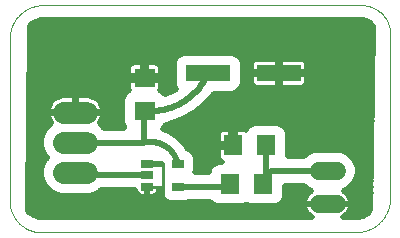
<source format=gtl>
G75*
%MOIN*%
%OFA0B0*%
%FSLAX25Y25*%
%IPPOS*%
%LPD*%
%AMOC8*
5,1,8,0,0,1.08239X$1,22.5*
%
%ADD10C,0.00000*%
%ADD11R,0.06299X0.07087*%
%ADD12R,0.03898X0.02717*%
%ADD13C,0.06000*%
%ADD14C,0.07400*%
%ADD15R,0.07087X0.06299*%
%ADD16R,0.14961X0.05512*%
%ADD17C,0.02000*%
%ADD18C,0.01000*%
D10*
X0011630Y0001252D02*
X0116327Y0001252D01*
X0116607Y0001255D01*
X0116887Y0001266D01*
X0117167Y0001282D01*
X0117446Y0001306D01*
X0117725Y0001337D01*
X0118002Y0001374D01*
X0118279Y0001417D01*
X0118555Y0001468D01*
X0118829Y0001525D01*
X0119102Y0001589D01*
X0119373Y0001659D01*
X0119642Y0001736D01*
X0119910Y0001819D01*
X0120175Y0001909D01*
X0120438Y0002005D01*
X0120699Y0002108D01*
X0120957Y0002217D01*
X0121213Y0002332D01*
X0121465Y0002453D01*
X0121715Y0002580D01*
X0121961Y0002713D01*
X0122205Y0002852D01*
X0122444Y0002997D01*
X0122681Y0003148D01*
X0122913Y0003304D01*
X0123142Y0003466D01*
X0123366Y0003634D01*
X0123587Y0003806D01*
X0123803Y0003985D01*
X0124015Y0004168D01*
X0124223Y0004356D01*
X0124426Y0004549D01*
X0124624Y0004747D01*
X0124817Y0004950D01*
X0125005Y0005158D01*
X0125188Y0005370D01*
X0125367Y0005586D01*
X0125539Y0005807D01*
X0125707Y0006031D01*
X0125869Y0006260D01*
X0126025Y0006492D01*
X0126176Y0006729D01*
X0126321Y0006968D01*
X0126460Y0007212D01*
X0126593Y0007458D01*
X0126720Y0007708D01*
X0126841Y0007960D01*
X0126956Y0008216D01*
X0127065Y0008474D01*
X0127168Y0008735D01*
X0127264Y0008998D01*
X0127354Y0009263D01*
X0127437Y0009531D01*
X0127514Y0009800D01*
X0127584Y0010071D01*
X0127648Y0010344D01*
X0127705Y0010618D01*
X0127756Y0010894D01*
X0127799Y0011171D01*
X0127836Y0011448D01*
X0127867Y0011727D01*
X0127891Y0012006D01*
X0127907Y0012286D01*
X0127918Y0012566D01*
X0127921Y0012846D01*
X0127921Y0067319D01*
X0127922Y0067319D02*
X0127919Y0067552D01*
X0127911Y0067784D01*
X0127897Y0068017D01*
X0127877Y0068249D01*
X0127852Y0068480D01*
X0127821Y0068711D01*
X0127784Y0068941D01*
X0127743Y0069170D01*
X0127695Y0069398D01*
X0127642Y0069625D01*
X0127584Y0069850D01*
X0127520Y0070074D01*
X0127450Y0070296D01*
X0127376Y0070517D01*
X0127296Y0070735D01*
X0127211Y0070952D01*
X0127120Y0071166D01*
X0127025Y0071379D01*
X0126924Y0071589D01*
X0126818Y0071796D01*
X0126708Y0072001D01*
X0126592Y0072203D01*
X0126472Y0072402D01*
X0126347Y0072599D01*
X0126217Y0072792D01*
X0126082Y0072982D01*
X0125943Y0073168D01*
X0125799Y0073352D01*
X0125651Y0073531D01*
X0125499Y0073708D01*
X0125343Y0073880D01*
X0125182Y0074048D01*
X0125017Y0074213D01*
X0124849Y0074374D01*
X0124677Y0074530D01*
X0124500Y0074682D01*
X0124321Y0074830D01*
X0124137Y0074974D01*
X0123951Y0075113D01*
X0123761Y0075248D01*
X0123568Y0075378D01*
X0123371Y0075503D01*
X0123172Y0075623D01*
X0122970Y0075739D01*
X0122765Y0075849D01*
X0122558Y0075955D01*
X0122348Y0076056D01*
X0122135Y0076151D01*
X0121921Y0076242D01*
X0121704Y0076327D01*
X0121486Y0076407D01*
X0121265Y0076481D01*
X0121043Y0076551D01*
X0120819Y0076615D01*
X0120594Y0076673D01*
X0120367Y0076726D01*
X0120139Y0076774D01*
X0119910Y0076815D01*
X0119680Y0076852D01*
X0119449Y0076883D01*
X0119218Y0076908D01*
X0118986Y0076928D01*
X0118753Y0076942D01*
X0118521Y0076950D01*
X0118288Y0076953D01*
X0012221Y0076953D01*
X0011950Y0076950D01*
X0011679Y0076940D01*
X0011408Y0076924D01*
X0011138Y0076901D01*
X0010868Y0076871D01*
X0010600Y0076835D01*
X0010332Y0076793D01*
X0010065Y0076744D01*
X0009800Y0076689D01*
X0009536Y0076627D01*
X0009273Y0076559D01*
X0009012Y0076484D01*
X0008754Y0076404D01*
X0008497Y0076317D01*
X0008242Y0076224D01*
X0007990Y0076125D01*
X0007740Y0076019D01*
X0007492Y0075908D01*
X0007248Y0075791D01*
X0007006Y0075668D01*
X0006768Y0075539D01*
X0006532Y0075404D01*
X0006300Y0075264D01*
X0006072Y0075118D01*
X0005847Y0074967D01*
X0005625Y0074810D01*
X0005408Y0074648D01*
X0005195Y0074481D01*
X0004985Y0074308D01*
X0004780Y0074131D01*
X0004579Y0073949D01*
X0004383Y0073762D01*
X0004191Y0073570D01*
X0004004Y0073374D01*
X0003822Y0073173D01*
X0003645Y0072968D01*
X0003472Y0072758D01*
X0003305Y0072545D01*
X0003143Y0072328D01*
X0002986Y0072106D01*
X0002835Y0071881D01*
X0002689Y0071653D01*
X0002549Y0071421D01*
X0002414Y0071185D01*
X0002285Y0070947D01*
X0002162Y0070705D01*
X0002045Y0070461D01*
X0001934Y0070213D01*
X0001828Y0069963D01*
X0001729Y0069711D01*
X0001636Y0069456D01*
X0001549Y0069199D01*
X0001469Y0068941D01*
X0001394Y0068680D01*
X0001326Y0068417D01*
X0001264Y0068153D01*
X0001209Y0067888D01*
X0001160Y0067621D01*
X0001118Y0067353D01*
X0001082Y0067085D01*
X0001052Y0066815D01*
X0001029Y0066545D01*
X0001013Y0066274D01*
X0001003Y0066003D01*
X0001000Y0065732D01*
X0001000Y0011882D01*
X0001003Y0011621D01*
X0001013Y0011360D01*
X0001029Y0011100D01*
X0001051Y0010840D01*
X0001080Y0010581D01*
X0001115Y0010322D01*
X0001156Y0010065D01*
X0001204Y0009808D01*
X0001258Y0009553D01*
X0001319Y0009299D01*
X0001385Y0009047D01*
X0001458Y0008796D01*
X0001537Y0008548D01*
X0001621Y0008301D01*
X0001712Y0008056D01*
X0001809Y0007814D01*
X0001912Y0007574D01*
X0002021Y0007337D01*
X0002135Y0007103D01*
X0002255Y0006871D01*
X0002381Y0006642D01*
X0002512Y0006417D01*
X0002649Y0006195D01*
X0002791Y0005976D01*
X0002939Y0005761D01*
X0003092Y0005550D01*
X0003250Y0005342D01*
X0003413Y0005138D01*
X0003581Y0004939D01*
X0003754Y0004743D01*
X0003931Y0004552D01*
X0004113Y0004365D01*
X0004300Y0004183D01*
X0004491Y0004006D01*
X0004687Y0003833D01*
X0004886Y0003665D01*
X0005090Y0003502D01*
X0005298Y0003344D01*
X0005509Y0003191D01*
X0005724Y0003043D01*
X0005943Y0002901D01*
X0006165Y0002764D01*
X0006390Y0002633D01*
X0006619Y0002507D01*
X0006851Y0002387D01*
X0007085Y0002273D01*
X0007322Y0002164D01*
X0007562Y0002061D01*
X0007804Y0001964D01*
X0008049Y0001873D01*
X0008296Y0001789D01*
X0008544Y0001710D01*
X0008795Y0001637D01*
X0009047Y0001571D01*
X0009301Y0001510D01*
X0009556Y0001456D01*
X0009813Y0001408D01*
X0010070Y0001367D01*
X0010329Y0001332D01*
X0010588Y0001303D01*
X0010848Y0001281D01*
X0011108Y0001265D01*
X0011369Y0001255D01*
X0011630Y0001252D01*
D11*
X0074488Y0017252D03*
X0085512Y0017252D03*
X0086512Y0030252D03*
X0075488Y0030252D03*
D12*
X0057118Y0023992D03*
X0046921Y0023992D03*
X0046921Y0020252D03*
X0046921Y0016512D03*
X0057118Y0016512D03*
D13*
X0104000Y0021752D02*
X0110000Y0021752D01*
X0110000Y0010752D02*
X0104000Y0010752D01*
D14*
X0026700Y0021189D02*
X0019300Y0021189D01*
X0019300Y0031189D02*
X0026700Y0031189D01*
X0026700Y0041189D02*
X0019300Y0041189D01*
D15*
X0046000Y0041740D03*
X0046000Y0052764D03*
D16*
X0067189Y0054252D03*
X0090811Y0054252D03*
D17*
X0009074Y0006866D02*
X0007649Y0007901D01*
X0007093Y0008667D01*
X0007946Y0070180D01*
X0008434Y0070667D01*
X0009840Y0071479D01*
X0011409Y0071900D01*
X0012221Y0071953D01*
X0118288Y0071953D01*
X0118893Y0071913D01*
X0120061Y0071600D01*
X0121108Y0070995D01*
X0121964Y0070140D01*
X0122115Y0069878D01*
X0121264Y0008537D01*
X0120341Y0007615D01*
X0118850Y0006754D01*
X0117188Y0006308D01*
X0116327Y0006252D01*
X0112182Y0006252D01*
X0112621Y0006476D01*
X0113257Y0006938D01*
X0113814Y0007495D01*
X0114276Y0008131D01*
X0114634Y0008833D01*
X0114877Y0009581D01*
X0115000Y0010358D01*
X0115000Y0010752D01*
X0115000Y0011145D01*
X0114877Y0011923D01*
X0114634Y0012671D01*
X0114276Y0013373D01*
X0113814Y0014009D01*
X0113257Y0014566D01*
X0112621Y0015028D01*
X0112369Y0015157D01*
X0113965Y0015818D01*
X0115934Y0017787D01*
X0117000Y0020360D01*
X0117000Y0023144D01*
X0115934Y0025717D01*
X0113965Y0027686D01*
X0111392Y0028752D01*
X0102608Y0028752D01*
X0100035Y0027686D01*
X0099101Y0026752D01*
X0093661Y0026752D01*
X0093661Y0034591D01*
X0093052Y0036061D01*
X0091927Y0037186D01*
X0090457Y0037795D01*
X0082567Y0037795D01*
X0081096Y0037186D01*
X0079971Y0036061D01*
X0079728Y0035475D01*
X0079410Y0035659D01*
X0078901Y0035795D01*
X0076063Y0035795D01*
X0076063Y0030827D01*
X0074913Y0030827D01*
X0074913Y0029677D01*
X0070339Y0029677D01*
X0070339Y0026445D01*
X0070475Y0025937D01*
X0070738Y0025481D01*
X0071111Y0025108D01*
X0071567Y0024845D01*
X0071752Y0024795D01*
X0070543Y0024795D01*
X0069073Y0024186D01*
X0067948Y0023061D01*
X0067339Y0021591D01*
X0067339Y0021512D01*
X0062932Y0021512D01*
X0063067Y0021838D01*
X0063067Y0026146D01*
X0062458Y0027616D01*
X0061333Y0028741D01*
X0060472Y0029098D01*
X0059862Y0030282D01*
X0057310Y0033090D01*
X0054118Y0035141D01*
X0054118Y0035141D01*
X0052324Y0035715D01*
X0052934Y0036325D01*
X0053245Y0037075D01*
X0053654Y0037122D01*
X0053654Y0037122D01*
X0058825Y0038857D01*
X0063520Y0041630D01*
X0063520Y0041630D01*
X0067536Y0045319D01*
X0067536Y0045319D01*
X0067536Y0045319D01*
X0069083Y0047496D01*
X0075465Y0047496D01*
X0076935Y0048105D01*
X0078060Y0049230D01*
X0078669Y0050700D01*
X0078669Y0057804D01*
X0078060Y0059274D01*
X0076935Y0060399D01*
X0075465Y0061008D01*
X0058913Y0061008D01*
X0057443Y0060399D01*
X0056318Y0059274D01*
X0055709Y0057804D01*
X0055709Y0050700D01*
X0056318Y0049230D01*
X0056405Y0049143D01*
X0054610Y0048083D01*
X0052661Y0047429D01*
X0051809Y0048281D01*
X0051223Y0048524D01*
X0051407Y0048842D01*
X0051543Y0049351D01*
X0051543Y0052189D01*
X0046575Y0052189D01*
X0046575Y0053339D01*
X0045425Y0053339D01*
X0045425Y0057913D01*
X0042193Y0057913D01*
X0041685Y0057777D01*
X0041229Y0057514D01*
X0040856Y0057141D01*
X0040593Y0056685D01*
X0040457Y0056177D01*
X0040457Y0053339D01*
X0045425Y0053339D01*
X0045425Y0052189D01*
X0040457Y0052189D01*
X0040457Y0049351D01*
X0040593Y0048842D01*
X0040777Y0048524D01*
X0040191Y0048281D01*
X0039066Y0047156D01*
X0038457Y0045685D01*
X0038457Y0037795D01*
X0039066Y0036325D01*
X0039201Y0036189D01*
X0032589Y0036189D01*
X0031155Y0037623D01*
X0031575Y0038202D01*
X0031982Y0039001D01*
X0032260Y0039854D01*
X0032400Y0040740D01*
X0032400Y0041089D01*
X0023100Y0041089D01*
X0023100Y0041289D01*
X0022900Y0041289D01*
X0022900Y0046889D01*
X0018851Y0046889D01*
X0017965Y0046749D01*
X0017112Y0046471D01*
X0016313Y0046064D01*
X0015587Y0045537D01*
X0014952Y0044902D01*
X0014425Y0044176D01*
X0014018Y0043377D01*
X0013740Y0042524D01*
X0013600Y0041638D01*
X0013600Y0041289D01*
X0022900Y0041289D01*
X0022900Y0041089D01*
X0013600Y0041089D01*
X0013600Y0040740D01*
X0013740Y0039854D01*
X0014018Y0039001D01*
X0014425Y0038202D01*
X0014845Y0037623D01*
X0012772Y0035551D01*
X0011600Y0032721D01*
X0011600Y0029657D01*
X0012772Y0026827D01*
X0013411Y0026189D01*
X0012772Y0025551D01*
X0011600Y0022721D01*
X0011600Y0019657D01*
X0012772Y0016827D01*
X0014938Y0014661D01*
X0017768Y0013489D01*
X0028232Y0013489D01*
X0031062Y0014661D01*
X0031652Y0015252D01*
X0042972Y0015252D01*
X0042972Y0014890D01*
X0043109Y0014382D01*
X0043372Y0013926D01*
X0043744Y0013553D01*
X0044200Y0013290D01*
X0044709Y0013154D01*
X0046921Y0013154D01*
X0046921Y0014894D01*
X0046921Y0014894D01*
X0046921Y0013154D01*
X0049133Y0013154D01*
X0049642Y0013290D01*
X0050098Y0013553D01*
X0050470Y0013926D01*
X0050734Y0014382D01*
X0050870Y0014890D01*
X0050870Y0015393D01*
X0051136Y0015503D01*
X0051169Y0015536D01*
X0051169Y0014358D01*
X0051778Y0012888D01*
X0052903Y0011762D01*
X0054374Y0011154D01*
X0059863Y0011154D01*
X0060728Y0011512D01*
X0067919Y0011512D01*
X0067948Y0011443D01*
X0069073Y0010318D01*
X0070543Y0009709D01*
X0078433Y0009709D01*
X0079904Y0010318D01*
X0080000Y0010414D01*
X0080096Y0010318D01*
X0081567Y0009709D01*
X0089457Y0009709D01*
X0090927Y0010318D01*
X0092052Y0011443D01*
X0092661Y0012913D01*
X0092661Y0016752D01*
X0099101Y0016752D01*
X0100035Y0015818D01*
X0101631Y0015157D01*
X0101379Y0015028D01*
X0100743Y0014566D01*
X0100186Y0014009D01*
X0099724Y0013373D01*
X0099366Y0012671D01*
X0099123Y0011923D01*
X0099000Y0011145D01*
X0099000Y0010752D01*
X0107000Y0010752D01*
X0115000Y0010752D01*
X0107000Y0010752D01*
X0107000Y0010752D01*
X0107000Y0010752D01*
X0099000Y0010752D01*
X0099000Y0010358D01*
X0099123Y0009581D01*
X0099366Y0008833D01*
X0099724Y0008131D01*
X0100186Y0007495D01*
X0100743Y0006938D01*
X0101379Y0006476D01*
X0101818Y0006252D01*
X0011630Y0006252D01*
X0010749Y0006321D01*
X0009074Y0006866D01*
X0007406Y0008236D02*
X0099671Y0008236D01*
X0099020Y0010234D02*
X0090726Y0010234D01*
X0092380Y0012233D02*
X0099224Y0012233D01*
X0100408Y0014231D02*
X0092661Y0014231D01*
X0092661Y0016230D02*
X0099623Y0016230D01*
X0107000Y0021752D02*
X0088012Y0021752D01*
X0085512Y0017252D01*
X0086512Y0018252D02*
X0086512Y0030252D01*
X0093661Y0030219D02*
X0121565Y0030219D01*
X0121537Y0028221D02*
X0112675Y0028221D01*
X0115429Y0026222D02*
X0121509Y0026222D01*
X0121482Y0024224D02*
X0116553Y0024224D01*
X0117000Y0022225D02*
X0121454Y0022225D01*
X0121426Y0020227D02*
X0116945Y0020227D01*
X0116117Y0018228D02*
X0121398Y0018228D01*
X0121371Y0016230D02*
X0114377Y0016230D01*
X0113592Y0014231D02*
X0121343Y0014231D01*
X0121315Y0012233D02*
X0114776Y0012233D01*
X0114980Y0010234D02*
X0121287Y0010234D01*
X0120962Y0008236D02*
X0114329Y0008236D01*
X0101325Y0028221D02*
X0093661Y0028221D01*
X0093661Y0032218D02*
X0121593Y0032218D01*
X0121620Y0034216D02*
X0093661Y0034216D01*
X0092899Y0036215D02*
X0121648Y0036215D01*
X0121676Y0038213D02*
X0056907Y0038213D01*
X0058825Y0038857D02*
X0058825Y0038857D01*
X0061119Y0040212D02*
X0121704Y0040212D01*
X0121731Y0042210D02*
X0064153Y0042210D01*
X0066328Y0044209D02*
X0121759Y0044209D01*
X0121787Y0046207D02*
X0068167Y0046207D01*
X0077036Y0048206D02*
X0121814Y0048206D01*
X0121842Y0050204D02*
X0099828Y0050204D01*
X0099892Y0050268D02*
X0100155Y0050724D01*
X0100291Y0051233D01*
X0100291Y0053874D01*
X0091189Y0053874D01*
X0091189Y0054630D01*
X0090433Y0054630D01*
X0090433Y0059008D01*
X0083067Y0059008D01*
X0082559Y0058872D01*
X0082103Y0058608D01*
X0081730Y0058236D01*
X0081467Y0057780D01*
X0081331Y0057271D01*
X0081331Y0054630D01*
X0090433Y0054630D01*
X0090433Y0053874D01*
X0081331Y0053874D01*
X0081331Y0051233D01*
X0081467Y0050724D01*
X0081730Y0050268D01*
X0082103Y0049896D01*
X0082559Y0049632D01*
X0083067Y0049496D01*
X0090433Y0049496D01*
X0090433Y0053874D01*
X0091189Y0053874D01*
X0091189Y0049496D01*
X0098555Y0049496D01*
X0099063Y0049632D01*
X0099519Y0049896D01*
X0099892Y0050268D01*
X0100291Y0052203D02*
X0121870Y0052203D01*
X0121898Y0054201D02*
X0091189Y0054201D01*
X0091189Y0054630D02*
X0100291Y0054630D01*
X0100291Y0057271D01*
X0100155Y0057780D01*
X0099892Y0058236D01*
X0099519Y0058608D01*
X0099063Y0058872D01*
X0098555Y0059008D01*
X0091189Y0059008D01*
X0091189Y0054630D01*
X0090433Y0054201D02*
X0078669Y0054201D01*
X0078669Y0052203D02*
X0081331Y0052203D01*
X0081794Y0050204D02*
X0078464Y0050204D01*
X0078669Y0056200D02*
X0081331Y0056200D01*
X0081709Y0058198D02*
X0078506Y0058198D01*
X0077137Y0060197D02*
X0121981Y0060197D01*
X0122009Y0062195D02*
X0007835Y0062195D01*
X0007808Y0060197D02*
X0057241Y0060197D01*
X0055872Y0058198D02*
X0007780Y0058198D01*
X0007752Y0056200D02*
X0040463Y0056200D01*
X0040457Y0054201D02*
X0007724Y0054201D01*
X0007697Y0052203D02*
X0045425Y0052203D01*
X0046575Y0052203D02*
X0055709Y0052203D01*
X0055914Y0050204D02*
X0051543Y0050204D01*
X0051884Y0048206D02*
X0054818Y0048206D01*
X0051543Y0053339D02*
X0046575Y0053339D01*
X0046575Y0057913D01*
X0049807Y0057913D01*
X0050315Y0057777D01*
X0050771Y0057514D01*
X0051144Y0057141D01*
X0051407Y0056685D01*
X0051543Y0056177D01*
X0051543Y0053339D01*
X0051543Y0054201D02*
X0055709Y0054201D01*
X0055709Y0056200D02*
X0051537Y0056200D01*
X0046575Y0056200D02*
X0045425Y0056200D01*
X0045425Y0054201D02*
X0046575Y0054201D01*
X0040457Y0050204D02*
X0007669Y0050204D01*
X0007641Y0048206D02*
X0040116Y0048206D01*
X0038673Y0046207D02*
X0029406Y0046207D01*
X0029687Y0046064D02*
X0028888Y0046471D01*
X0028035Y0046749D01*
X0027149Y0046889D01*
X0023100Y0046889D01*
X0023100Y0041289D01*
X0032400Y0041289D01*
X0032400Y0041638D01*
X0032260Y0042524D01*
X0031982Y0043377D01*
X0031575Y0044176D01*
X0031048Y0044902D01*
X0030413Y0045537D01*
X0029687Y0046064D01*
X0031552Y0044209D02*
X0038457Y0044209D01*
X0038457Y0042210D02*
X0032309Y0042210D01*
X0032316Y0040212D02*
X0038457Y0040212D01*
X0038457Y0038213D02*
X0031581Y0038213D01*
X0032564Y0036215D02*
X0039176Y0036215D01*
X0045921Y0031189D02*
X0045921Y0041661D01*
X0052824Y0036215D02*
X0080125Y0036215D01*
X0076063Y0034216D02*
X0074913Y0034216D01*
X0074913Y0035795D02*
X0072075Y0035795D01*
X0071567Y0035659D01*
X0071111Y0035396D01*
X0070738Y0035023D01*
X0070475Y0034567D01*
X0070339Y0034059D01*
X0070339Y0030827D01*
X0074913Y0030827D01*
X0074913Y0035795D01*
X0074913Y0032218D02*
X0076063Y0032218D01*
X0074913Y0030219D02*
X0059894Y0030219D01*
X0059862Y0030282D02*
X0059862Y0030282D01*
X0061853Y0028221D02*
X0070339Y0028221D01*
X0070398Y0026222D02*
X0063035Y0026222D01*
X0063067Y0024224D02*
X0069163Y0024224D01*
X0067601Y0022225D02*
X0063067Y0022225D01*
X0057118Y0016512D02*
X0073748Y0016512D01*
X0069274Y0010234D02*
X0007114Y0010234D01*
X0007142Y0012233D02*
X0052433Y0012233D01*
X0051222Y0014231D02*
X0050647Y0014231D01*
X0046921Y0014231D02*
X0046921Y0014231D01*
X0043196Y0014231D02*
X0030023Y0014231D01*
X0023937Y0020252D02*
X0046921Y0020252D01*
X0057118Y0023992D02*
X0057067Y0024214D01*
X0057011Y0024434D01*
X0056949Y0024653D01*
X0056882Y0024870D01*
X0056810Y0025086D01*
X0056733Y0025300D01*
X0056650Y0025512D01*
X0056562Y0025722D01*
X0056470Y0025929D01*
X0056372Y0026135D01*
X0056270Y0026338D01*
X0056162Y0026538D01*
X0056050Y0026736D01*
X0055933Y0026931D01*
X0055811Y0027123D01*
X0055685Y0027313D01*
X0055554Y0027499D01*
X0055419Y0027681D01*
X0055279Y0027861D01*
X0055135Y0028037D01*
X0054987Y0028210D01*
X0054835Y0028379D01*
X0054678Y0028544D01*
X0054518Y0028705D01*
X0054354Y0028863D01*
X0054186Y0029016D01*
X0054014Y0029165D01*
X0053839Y0029310D01*
X0053661Y0029451D01*
X0053479Y0029588D01*
X0053294Y0029720D01*
X0053105Y0029847D01*
X0052914Y0029970D01*
X0052720Y0030089D01*
X0052523Y0030202D01*
X0052323Y0030311D01*
X0052121Y0030415D01*
X0051916Y0030514D01*
X0051709Y0030608D01*
X0051500Y0030697D01*
X0051288Y0030781D01*
X0051075Y0030860D01*
X0050860Y0030934D01*
X0050643Y0031002D01*
X0050424Y0031065D01*
X0050204Y0031123D01*
X0049983Y0031175D01*
X0049760Y0031223D01*
X0049537Y0031264D01*
X0049312Y0031301D01*
X0049087Y0031332D01*
X0048861Y0031357D01*
X0048634Y0031377D01*
X0048407Y0031391D01*
X0048180Y0031400D01*
X0047953Y0031404D01*
X0047725Y0031402D01*
X0047498Y0031394D01*
X0047271Y0031382D01*
X0047044Y0031363D01*
X0046818Y0031339D01*
X0046592Y0031310D01*
X0046368Y0031275D01*
X0046144Y0031235D01*
X0045921Y0031189D01*
X0023000Y0031189D01*
X0013436Y0036215D02*
X0007475Y0036215D01*
X0007503Y0038213D02*
X0014419Y0038213D01*
X0013684Y0040212D02*
X0007530Y0040212D01*
X0007558Y0042210D02*
X0013691Y0042210D01*
X0014448Y0044209D02*
X0007586Y0044209D01*
X0007614Y0046207D02*
X0016594Y0046207D01*
X0022900Y0046207D02*
X0023100Y0046207D01*
X0023100Y0044209D02*
X0022900Y0044209D01*
X0022900Y0042210D02*
X0023100Y0042210D01*
X0012220Y0034216D02*
X0007447Y0034216D01*
X0007419Y0032218D02*
X0011600Y0032218D01*
X0011600Y0030219D02*
X0007392Y0030219D01*
X0007364Y0028221D02*
X0012195Y0028221D01*
X0013377Y0026222D02*
X0007336Y0026222D01*
X0007308Y0024224D02*
X0012223Y0024224D01*
X0011600Y0022225D02*
X0007281Y0022225D01*
X0007253Y0020227D02*
X0011600Y0020227D01*
X0012192Y0018228D02*
X0007225Y0018228D01*
X0007197Y0016230D02*
X0013370Y0016230D01*
X0015977Y0014231D02*
X0007170Y0014231D01*
X0046921Y0023992D02*
X0051740Y0023992D01*
X0058102Y0032218D02*
X0070339Y0032218D01*
X0070381Y0034216D02*
X0055557Y0034216D01*
X0057310Y0033090D02*
X0057310Y0033090D01*
X0057310Y0033090D01*
X0090433Y0050204D02*
X0091189Y0050204D01*
X0091189Y0052203D02*
X0090433Y0052203D01*
X0090433Y0056200D02*
X0091189Y0056200D01*
X0091189Y0058198D02*
X0090433Y0058198D01*
X0099913Y0058198D02*
X0121953Y0058198D01*
X0121925Y0056200D02*
X0100291Y0056200D01*
X0122036Y0064194D02*
X0007863Y0064194D01*
X0007891Y0066192D02*
X0122064Y0066192D01*
X0122092Y0068191D02*
X0007919Y0068191D01*
X0007956Y0070189D02*
X0121914Y0070189D01*
X0067189Y0054252D02*
X0066983Y0053790D01*
X0066765Y0053333D01*
X0066537Y0052882D01*
X0066297Y0052436D01*
X0066047Y0051996D01*
X0065786Y0051563D01*
X0065515Y0051136D01*
X0065234Y0050715D01*
X0064943Y0050301D01*
X0064641Y0049895D01*
X0064330Y0049496D01*
X0064009Y0049105D01*
X0063679Y0048721D01*
X0063340Y0048346D01*
X0062992Y0047979D01*
X0062635Y0047620D01*
X0062269Y0047271D01*
X0061895Y0046930D01*
X0061513Y0046598D01*
X0061123Y0046276D01*
X0060726Y0045963D01*
X0060321Y0045660D01*
X0059908Y0045367D01*
X0059489Y0045084D01*
X0059063Y0044811D01*
X0058630Y0044548D01*
X0058192Y0044296D01*
X0057747Y0044055D01*
X0057297Y0043825D01*
X0056841Y0043605D01*
X0056380Y0043397D01*
X0055914Y0043200D01*
X0055443Y0043014D01*
X0054968Y0042839D01*
X0054489Y0042677D01*
X0054006Y0042525D01*
X0053520Y0042386D01*
X0053030Y0042258D01*
X0052538Y0042142D01*
X0052043Y0042039D01*
X0051545Y0041947D01*
X0051046Y0041867D01*
X0050544Y0041799D01*
X0050041Y0041744D01*
X0049537Y0041701D01*
X0049032Y0041669D01*
X0048527Y0041651D01*
X0048021Y0041644D01*
X0047515Y0041650D01*
X0047009Y0041667D01*
X0046504Y0041698D01*
X0046000Y0041740D01*
X0079702Y0010234D02*
X0080298Y0010234D01*
D18*
X0085512Y0017252D02*
X0086512Y0018252D01*
X0074488Y0017252D02*
X0074486Y0017199D01*
X0074480Y0017147D01*
X0074471Y0017095D01*
X0074458Y0017044D01*
X0074441Y0016993D01*
X0074421Y0016945D01*
X0074397Y0016897D01*
X0074371Y0016852D01*
X0074340Y0016809D01*
X0074307Y0016767D01*
X0074271Y0016729D01*
X0074233Y0016693D01*
X0074191Y0016660D01*
X0074148Y0016629D01*
X0074103Y0016603D01*
X0074055Y0016579D01*
X0074007Y0016559D01*
X0073956Y0016542D01*
X0073905Y0016529D01*
X0073853Y0016520D01*
X0073801Y0016514D01*
X0073748Y0016512D01*
X0054000Y0010752D02*
X0107000Y0010752D01*
X0054000Y0010752D02*
X0052000Y0008752D01*
X0052000Y0016252D01*
X0052000Y0024252D01*
X0051740Y0023992D01*
X0046921Y0016512D02*
X0047181Y0016252D01*
X0052000Y0016252D01*
X0023937Y0020252D02*
X0023000Y0021189D01*
X0045921Y0041661D02*
X0045923Y0041676D01*
X0045927Y0041691D01*
X0045934Y0041705D01*
X0045944Y0041717D01*
X0045956Y0041727D01*
X0045970Y0041734D01*
X0045985Y0041738D01*
X0046000Y0041740D01*
M02*

</source>
